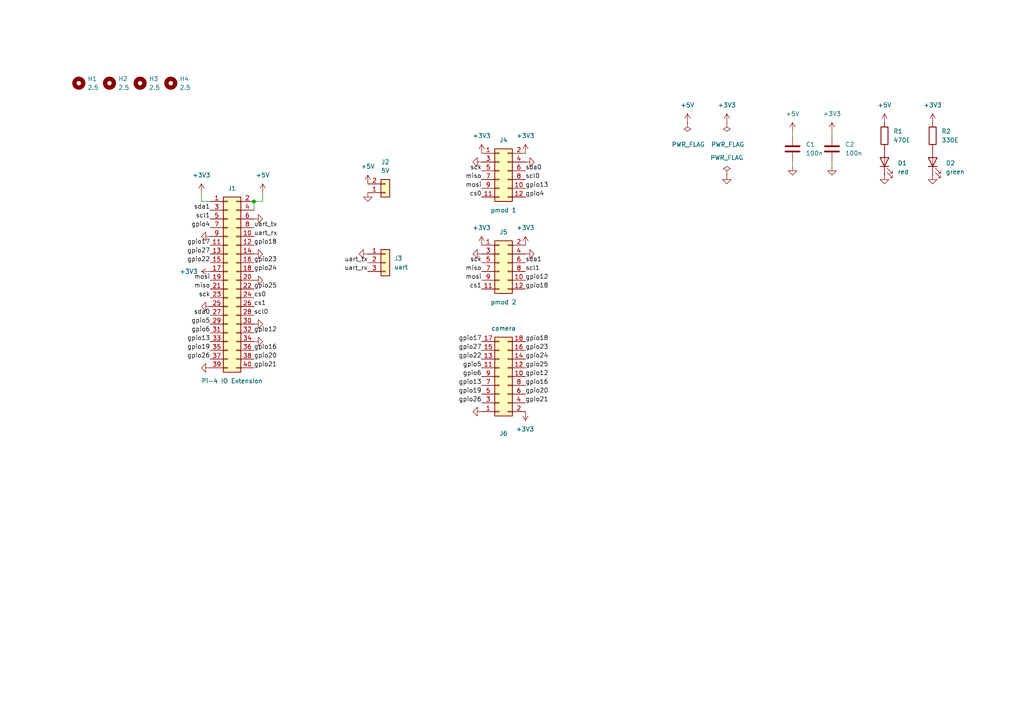
<source format=kicad_sch>
(kicad_sch (version 20211123) (generator eeschema)
  (paper "A4")
  (lib_symbols
    (symbol "Connector_Generic:Conn_01x02" (pin_names (offset 1.016) hide)
      (property "Reference" "J" (at 0 2.54 0))
      (property "Value" "Conn_01x02" (at 0 -5.08 0))
      (symbol "Conn_01x02_1_1"
        (rectangle (start -1.27 -2.413) (end 0 -2.667) (stroke (width 0.1524)))
        (rectangle (start -1.27 0.127) (end 0 -0.127) (stroke (width 0.1524)))
        (rectangle (start -1.27 1.27) (end 1.27 -3.81) (stroke (width 0.254)) (fill (type background)))
        (pin passive line (at -5.08 0 0) (length 3.81) (name "Pin_1") (number "1"))
        (pin passive line (at -5.08 -2.54 0) (length 3.81) (name "Pin_2") (number "2"))
      )
    )
    (symbol "Connector_Generic:Conn_01x03" (pin_names (offset 1.016) hide)
      (property "Reference" "J" (at 0 5.08 0))
      (property "Value" "Conn_01x03" (at 0 -5.08 0))
      (symbol "Conn_01x03_1_1"
        (rectangle (start -1.27 -2.413) (end 0 -2.667) (stroke (width 0.1524)))
        (rectangle (start -1.27 0.127) (end 0 -0.127) (stroke (width 0.1524)))
        (rectangle (start -1.27 2.667) (end 0 2.413) (stroke (width 0.1524)))
        (rectangle (start -1.27 3.81) (end 1.27 -3.81) (stroke (width 0.254)) (fill (type background)))
        (pin passive line (at -5.08 2.54 0) (length 3.81) (name "Pin_1") (number "1"))
        (pin passive line (at -5.08 0 0) (length 3.81) (name "Pin_2") (number "2"))
        (pin passive line (at -5.08 -2.54 0) (length 3.81) (name "Pin_3") (number "3"))
      )
    )
    (symbol "Connector_Generic:Conn_02x06_Odd_Even" (pin_names (offset 1.016) hide)
      (property "Reference" "J" (at 1.27 7.62 0))
      (property "Value" "Conn_02x06_Odd_Even" (at 1.27 -10.16 0))
      (symbol "Conn_02x06_Odd_Even_1_1"
        (rectangle (start -1.27 -7.493) (end 0 -7.747) (stroke (width 0.1524)))
        (rectangle (start -1.27 -4.953) (end 0 -5.207) (stroke (width 0.1524)))
        (rectangle (start -1.27 -2.413) (end 0 -2.667) (stroke (width 0.1524)))
        (rectangle (start -1.27 0.127) (end 0 -0.127) (stroke (width 0.1524)))
        (rectangle (start -1.27 2.667) (end 0 2.413) (stroke (width 0.1524)))
        (rectangle (start -1.27 5.207) (end 0 4.953) (stroke (width 0.1524)))
        (rectangle (start -1.27 6.35) (end 3.81 -8.89) (stroke (width 0.254)) (fill (type background)))
        (rectangle (start 3.81 -7.493) (end 2.54 -7.747) (stroke (width 0.1524)))
        (rectangle (start 3.81 -4.953) (end 2.54 -5.207) (stroke (width 0.1524)))
        (rectangle (start 3.81 -2.413) (end 2.54 -2.667) (stroke (width 0.1524)))
        (rectangle (start 3.81 0.127) (end 2.54 -0.127) (stroke (width 0.1524)))
        (rectangle (start 3.81 2.667) (end 2.54 2.413) (stroke (width 0.1524)))
        (rectangle (start 3.81 5.207) (end 2.54 4.953) (stroke (width 0.1524)))
        (pin passive line (at -5.08 5.08 0) (length 3.81) (name "Pin_1") (number "1"))
        (pin passive line (at 7.62 -5.08 180) (length 3.81) (name "Pin_10") (number "10"))
        (pin passive line (at -5.08 -7.62 0) (length 3.81) (name "Pin_11") (number "11"))
        (pin passive line (at 7.62 -7.62 180) (length 3.81) (name "Pin_12") (number "12"))
        (pin passive line (at 7.62 5.08 180) (length 3.81) (name "Pin_2") (number "2"))
        (pin passive line (at -5.08 2.54 0) (length 3.81) (name "Pin_3") (number "3"))
        (pin passive line (at 7.62 2.54 180) (length 3.81) (name "Pin_4") (number "4"))
        (pin passive line (at -5.08 0 0) (length 3.81) (name "Pin_5") (number "5"))
        (pin passive line (at 7.62 0 180) (length 3.81) (name "Pin_6") (number "6"))
        (pin passive line (at -5.08 -2.54 0) (length 3.81) (name "Pin_7") (number "7"))
        (pin passive line (at 7.62 -2.54 180) (length 3.81) (name "Pin_8") (number "8"))
        (pin passive line (at -5.08 -5.08 0) (length 3.81) (name "Pin_9") (number "9"))
      )
    )
    (symbol "Connector_Generic:Conn_02x09_Odd_Even" (pin_names (offset 1.016) hide)
      (property "Reference" "J" (at 1.27 12.7 0))
      (property "Value" "Conn_02x09_Odd_Even" (at 1.27 -12.7 0))
      (symbol "Conn_02x09_Odd_Even_1_1"
        (rectangle (start -1.27 -10.033) (end 0 -10.287) (stroke (width 0.1524)))
        (rectangle (start -1.27 -7.493) (end 0 -7.747) (stroke (width 0.1524)))
        (rectangle (start -1.27 -4.953) (end 0 -5.207) (stroke (width 0.1524)))
        (rectangle (start -1.27 -2.413) (end 0 -2.667) (stroke (width 0.1524)))
        (rectangle (start -1.27 0.127) (end 0 -0.127) (stroke (width 0.1524)))
        (rectangle (start -1.27 2.667) (end 0 2.413) (stroke (width 0.1524)))
        (rectangle (start -1.27 5.207) (end 0 4.953) (stroke (width 0.1524)))
        (rectangle (start -1.27 7.747) (end 0 7.493) (stroke (width 0.1524)))
        (rectangle (start -1.27 10.287) (end 0 10.033) (stroke (width 0.1524)))
        (rectangle (start -1.27 11.43) (end 3.81 -11.43) (stroke (width 0.254)) (fill (type background)))
        (rectangle (start 3.81 -10.033) (end 2.54 -10.287) (stroke (width 0.1524)))
        (rectangle (start 3.81 -7.493) (end 2.54 -7.747) (stroke (width 0.1524)))
        (rectangle (start 3.81 -4.953) (end 2.54 -5.207) (stroke (width 0.1524)))
        (rectangle (start 3.81 -2.413) (end 2.54 -2.667) (stroke (width 0.1524)))
        (rectangle (start 3.81 0.127) (end 2.54 -0.127) (stroke (width 0.1524)))
        (rectangle (start 3.81 2.667) (end 2.54 2.413) (stroke (width 0.1524)))
        (rectangle (start 3.81 5.207) (end 2.54 4.953) (stroke (width 0.1524)))
        (rectangle (start 3.81 7.747) (end 2.54 7.493) (stroke (width 0.1524)))
        (rectangle (start 3.81 10.287) (end 2.54 10.033) (stroke (width 0.1524)))
        (pin passive line (at -5.08 10.16 0) (length 3.81) (name "Pin_1") (number "1"))
        (pin passive line (at 7.62 0 180) (length 3.81) (name "Pin_10") (number "10"))
        (pin passive line (at -5.08 -2.54 0) (length 3.81) (name "Pin_11") (number "11"))
        (pin passive line (at 7.62 -2.54 180) (length 3.81) (name "Pin_12") (number "12"))
        (pin passive line (at -5.08 -5.08 0) (length 3.81) (name "Pin_13") (number "13"))
        (pin passive line (at 7.62 -5.08 180) (length 3.81) (name "Pin_14") (number "14"))
        (pin passive line (at -5.08 -7.62 0) (length 3.81) (name "Pin_15") (number "15"))
        (pin passive line (at 7.62 -7.62 180) (length 3.81) (name "Pin_16") (number "16"))
        (pin passive line (at -5.08 -10.16 0) (length 3.81) (name "Pin_17") (number "17"))
        (pin passive line (at 7.62 -10.16 180) (length 3.81) (name "Pin_18") (number "18"))
        (pin passive line (at 7.62 10.16 180) (length 3.81) (name "Pin_2") (number "2"))
        (pin passive line (at -5.08 7.62 0) (length 3.81) (name "Pin_3") (number "3"))
        (pin passive line (at 7.62 7.62 180) (length 3.81) (name "Pin_4") (number "4"))
        (pin passive line (at -5.08 5.08 0) (length 3.81) (name "Pin_5") (number "5"))
        (pin passive line (at 7.62 5.08 180) (length 3.81) (name "Pin_6") (number "6"))
        (pin passive line (at -5.08 2.54 0) (length 3.81) (name "Pin_7") (number "7"))
        (pin passive line (at 7.62 2.54 180) (length 3.81) (name "Pin_8") (number "8"))
        (pin passive line (at -5.08 0 0) (length 3.81) (name "Pin_9") (number "9"))
      )
    )
    (symbol "Connector_Generic:Conn_02x20_Odd_Even" (pin_names (offset 1.016) hide)
      (property "Reference" "J" (at 1.27 25.4 0))
      (property "Value" "Conn_02x20_Odd_Even" (at 1.27 -27.94 0))
      (symbol "Conn_02x20_Odd_Even_1_1"
        (rectangle (start -1.27 -25.273) (end 0 -25.527) (stroke (width 0.1524)))
        (rectangle (start -1.27 -22.733) (end 0 -22.987) (stroke (width 0.1524)))
        (rectangle (start -1.27 -20.193) (end 0 -20.447) (stroke (width 0.1524)))
        (rectangle (start -1.27 -17.653) (end 0 -17.907) (stroke (width 0.1524)))
        (rectangle (start -1.27 -15.113) (end 0 -15.367) (stroke (width 0.1524)))
        (rectangle (start -1.27 -12.573) (end 0 -12.827) (stroke (width 0.1524)))
        (rectangle (start -1.27 -10.033) (end 0 -10.287) (stroke (width 0.1524)))
        (rectangle (start -1.27 -7.493) (end 0 -7.747) (stroke (width 0.1524)))
        (rectangle (start -1.27 -4.953) (end 0 -5.207) (stroke (width 0.1524)))
        (rectangle (start -1.27 -2.413) (end 0 -2.667) (stroke (width 0.1524)))
        (rectangle (start -1.27 0.127) (end 0 -0.127) (stroke (width 0.1524)))
        (rectangle (start -1.27 2.667) (end 0 2.413) (stroke (width 0.1524)))
        (rectangle (start -1.27 5.207) (end 0 4.953) (stroke (width 0.1524)))
        (rectangle (start -1.27 7.747) (end 0 7.493) (stroke (width 0.1524)))
        (rectangle (start -1.27 10.287) (end 0 10.033) (stroke (width 0.1524)))
        (rectangle (start -1.27 12.827) (end 0 12.573) (stroke (width 0.1524)))
        (rectangle (start -1.27 15.367) (end 0 15.113) (stroke (width 0.1524)))
        (rectangle (start -1.27 17.907) (end 0 17.653) (stroke (width 0.1524)))
        (rectangle (start -1.27 20.447) (end 0 20.193) (stroke (width 0.1524)))
        (rectangle (start -1.27 22.987) (end 0 22.733) (stroke (width 0.1524)))
        (rectangle (start -1.27 24.13) (end 3.81 -26.67) (stroke (width 0.254)) (fill (type background)))
        (rectangle (start 3.81 -25.273) (end 2.54 -25.527) (stroke (width 0.1524)))
        (rectangle (start 3.81 -22.733) (end 2.54 -22.987) (stroke (width 0.1524)))
        (rectangle (start 3.81 -20.193) (end 2.54 -20.447) (stroke (width 0.1524)))
        (rectangle (start 3.81 -17.653) (end 2.54 -17.907) (stroke (width 0.1524)))
        (rectangle (start 3.81 -15.113) (end 2.54 -15.367) (stroke (width 0.1524)))
        (rectangle (start 3.81 -12.573) (end 2.54 -12.827) (stroke (width 0.1524)))
        (rectangle (start 3.81 -10.033) (end 2.54 -10.287) (stroke (width 0.1524)))
        (rectangle (start 3.81 -7.493) (end 2.54 -7.747) (stroke (width 0.1524)))
        (rectangle (start 3.81 -4.953) (end 2.54 -5.207) (stroke (width 0.1524)))
        (rectangle (start 3.81 -2.413) (end 2.54 -2.667) (stroke (width 0.1524)))
        (rectangle (start 3.81 0.127) (end 2.54 -0.127) (stroke (width 0.1524)))
        (rectangle (start 3.81 2.667) (end 2.54 2.413) (stroke (width 0.1524)))
        (rectangle (start 3.81 5.207) (end 2.54 4.953) (stroke (width 0.1524)))
        (rectangle (start 3.81 7.747) (end 2.54 7.493) (stroke (width 0.1524)))
        (rectangle (start 3.81 10.287) (end 2.54 10.033) (stroke (width 0.1524)))
        (rectangle (start 3.81 12.827) (end 2.54 12.573) (stroke (width 0.1524)))
        (rectangle (start 3.81 15.367) (end 2.54 15.113) (stroke (width 0.1524)))
        (rectangle (start 3.81 17.907) (end 2.54 17.653) (stroke (width 0.1524)))
        (rectangle (start 3.81 20.447) (end 2.54 20.193) (stroke (width 0.1524)))
        (rectangle (start 3.81 22.987) (end 2.54 22.733) (stroke (width 0.1524)))
        (pin passive line (at -5.08 22.86 0) (length 3.81) (name "Pin_1") (number "1"))
        (pin passive line (at 7.62 12.7 180) (length 3.81) (name "Pin_10") (number "10"))
        (pin passive line (at -5.08 10.16 0) (length 3.81) (name "Pin_11") (number "11"))
        (pin passive line (at 7.62 10.16 180) (length 3.81) (name "Pin_12") (number "12"))
        (pin passive line (at -5.08 7.62 0) (length 3.81) (name "Pin_13") (number "13"))
        (pin passive line (at 7.62 7.62 180) (length 3.81) (name "Pin_14") (number "14"))
        (pin passive line (at -5.08 5.08 0) (length 3.81) (name "Pin_15") (number "15"))
        (pin passive line (at 7.62 5.08 180) (length 3.81) (name "Pin_16") (number "16"))
        (pin passive line (at -5.08 2.54 0) (length 3.81) (name "Pin_17") (number "17"))
        (pin passive line (at 7.62 2.54 180) (length 3.81) (name "Pin_18") (number "18"))
        (pin passive line (at -5.08 0 0) (length 3.81) (name "Pin_19") (number "19"))
        (pin passive line (at 7.62 22.86 180) (length 3.81) (name "Pin_2") (number "2"))
        (pin passive line (at 7.62 0 180) (length 3.81) (name "Pin_20") (number "20"))
        (pin passive line (at -5.08 -2.54 0) (length 3.81) (name "Pin_21") (number "21"))
        (pin passive line (at 7.62 -2.54 180) (length 3.81) (name "Pin_22") (number "22"))
        (pin passive line (at -5.08 -5.08 0) (length 3.81) (name "Pin_23") (number "23"))
        (pin passive line (at 7.62 -5.08 180) (length 3.81) (name "Pin_24") (number "24"))
        (pin passive line (at -5.08 -7.62 0) (length 3.81) (name "Pin_25") (number "25"))
        (pin passive line (at 7.62 -7.62 180) (length 3.81) (name "Pin_26") (number "26"))
        (pin passive line (at -5.08 -10.16 0) (length 3.81) (name "Pin_27") (number "27"))
        (pin passive line (at 7.62 -10.16 180) (length 3.81) (name "Pin_28") (number "28"))
        (pin passive line (at -5.08 -12.7 0) (length 3.81) (name "Pin_29") (number "29"))
        (pin passive line (at -5.08 20.32 0) (length 3.81) (name "Pin_3") (number "3"))
        (pin passive line (at 7.62 -12.7 180) (length 3.81) (name "Pin_30") (number "30"))
        (pin passive line (at -5.08 -15.24 0) (length 3.81) (name "Pin_31") (number "31"))
        (pin passive line (at 7.62 -15.24 180) (length 3.81) (name "Pin_32") (number "32"))
        (pin passive line (at -5.08 -17.78 0) (length 3.81) (name "Pin_33") (number "33"))
        (pin passive line (at 7.62 -17.78 180) (length 3.81) (name "Pin_34") (number "34"))
        (pin passive line (at -5.08 -20.32 0) (length 3.81) (name "Pin_35") (number "35"))
        (pin passive line (at 7.62 -20.32 180) (length 3.81) (name "Pin_36") (number "36"))
        (pin passive line (at -5.08 -22.86 0) (length 3.81) (name "Pin_37") (number "37"))
        (pin passive line (at 7.62 -22.86 180) (length 3.81) (name "Pin_38") (number "38"))
        (pin passive line (at -5.08 -25.4 0) (length 3.81) (name "Pin_39") (number "39"))
        (pin passive line (at 7.62 20.32 180) (length 3.81) (name "Pin_4") (number "4"))
        (pin passive line (at 7.62 -25.4 180) (length 3.81) (name "Pin_40") (number "40"))
        (pin passive line (at -5.08 17.78 0) (length 3.81) (name "Pin_5") (number "5"))
        (pin passive line (at 7.62 17.78 180) (length 3.81) (name "Pin_6") (number "6"))
        (pin passive line (at -5.08 15.24 0) (length 3.81) (name "Pin_7") (number "7"))
        (pin passive line (at 7.62 15.24 180) (length 3.81) (name "Pin_8") (number "8"))
        (pin passive line (at -5.08 12.7 0) (length 3.81) (name "Pin_9") (number "9"))
      )
    )
    (symbol "Device:C" (pin_numbers hide) (pin_names (offset 0.254))
      (property "Reference" "C" (at 0.635 2.54 0))
      (property "Value" "C" (at 0.635 -2.54 0))
      (symbol "C_0_1"
        (polyline (pts (xy -2.032 -0.762) (xy 2.032 -0.762)) (stroke (width 0.508)))
        (polyline (pts (xy -2.032 0.762) (xy 2.032 0.762)) (stroke (width 0.508)))
      )
      (symbol "C_1_1"
        (pin passive line (at 0 3.81 270) (length 2.794) (name "~") (number "1"))
        (pin passive line (at 0 -3.81 90) (length 2.794) (name "~") (number "2"))
      )
    )
    (symbol "Device:LED" (pin_numbers hide) (pin_names (offset 1.016) hide)
      (property "Reference" "D" (at 0 2.54 0))
      (property "Value" "LED" (at 0 -2.54 0))
      (symbol "LED_0_1"
        (polyline (pts (xy -1.27 -1.27) (xy -1.27 1.27)) (stroke (width 0.254)))
        (polyline (pts (xy -1.27 0) (xy 1.27 0)))
        (polyline (pts (xy 1.27 -1.27) (xy 1.27 1.27) (xy -1.27 0) (xy 1.27 -1.27)) (stroke (width 0.254)))
        (polyline (pts (xy -3.048 -0.762) (xy -4.572 -2.286) (xy -3.81 -2.286) (xy -4.572 -2.286) (xy -4.572 -1.524)))
        (polyline (pts (xy -1.778 -0.762) (xy -3.302 -2.286) (xy -2.54 -2.286) (xy -3.302 -2.286) (xy -3.302 -1.524)))
      )
      (symbol "LED_1_1"
        (pin passive line (at -3.81 0 0) (length 2.54) (name "K") (number "1"))
        (pin passive line (at 3.81 0 180) (length 2.54) (name "A") (number "2"))
      )
    )
    (symbol "Device:R" (pin_numbers hide) (pin_names (offset 0))
      (property "Reference" "R" (at 2.032 0 90))
      (property "Value" "R" (at 0 0 90))
      (symbol "R_0_1"
        (rectangle (start -1.016 -2.54) (end 1.016 2.54) (stroke (width 0.254)))
      )
      (symbol "R_1_1"
        (pin passive line (at 0 3.81 270) (length 1.27) (name "~") (number "1"))
        (pin passive line (at 0 -3.81 90) (length 1.27) (name "~") (number "2"))
      )
    )
    (symbol "Mechanical:MountingHole" (pin_names (offset 1.016))
      (property "Reference" "H" (at 0 5.08 0))
      (property "Value" "MountingHole" (at 0 3.175 0))
      (symbol "MountingHole_0_1"
        (circle (center 0 0) (radius 1.27) (stroke (width 1.27)))
      )
    )
    (symbol "power:+3V3" (power) (pin_names (offset 0))
      (property "Value" "+3V3" (at 0 3.556 0))
      (symbol "+3V3_0_1"
        (polyline (pts (xy -0.762 1.27) (xy 0 2.54)))
        (polyline (pts (xy 0 0) (xy 0 2.54)))
        (polyline (pts (xy 0 2.54) (xy 0.762 1.27)))
      )
      (symbol "+3V3_1_1"
        (pin power_in line (at 0 0 90) (length 0) hide (name "+3V3") (number "1"))
      )
    )
    (symbol "power:+5V" (power) (pin_names (offset 0))
      (property "Value" "+5V" (at 0 3.556 0))
      (symbol "+5V_0_1"
        (polyline (pts (xy -0.762 1.27) (xy 0 2.54)))
        (polyline (pts (xy 0 0) (xy 0 2.54)))
        (polyline (pts (xy 0 2.54) (xy 0.762 1.27)))
      )
      (symbol "+5V_1_1"
        (pin power_in line (at 0 0 90) (length 0) hide (name "+5V") (number "1"))
      )
    )
    (symbol "power:GND" (power) (pin_names (offset 0))
      (property "Value" "GND" (at 0 -3.81 0))
      (symbol "GND_0_1"
        (polyline (pts (xy 0 0) (xy 0 -1.27) (xy 1.27 -1.27) (xy 0 -2.54) (xy -1.27 -1.27) (xy 0 -1.27)))
      )
      (symbol "GND_1_1"
        (pin power_in line (at 0 0 270) (length 0) hide (name "GND") (number "1"))
      )
    )
    (symbol "power:PWR_FLAG" (power) (pin_numbers hide) (pin_names (offset 0) hide)
      (property "Value" "PWR_FLAG" (at 0 3.81 0))
      (symbol "PWR_FLAG_0_0"
        (pin power_out line (at 0 0 90) (length 0) (name "pwr") (number "1"))
      )
      (symbol "PWR_FLAG_0_1"
        (polyline (pts (xy 0 0) (xy 0 1.27) (xy -1.016 1.905) (xy 0 2.54) (xy 1.016 1.905) (xy 0 1.27)))
      )
    )
  )
  (junction (at 73.66 58.42))
  (wire (pts (xy 229.87 46.99) (xy 229.87 48.26)))
  (wire (pts (xy 73.66 58.42) (xy 76.2 58.42)))
  (wire (pts (xy 58.42 58.42) (xy 60.96 58.42)))
  (wire (pts (xy 241.3 39.37) (xy 241.3 38.1)))
  (wire (pts (xy 229.87 39.37) (xy 229.87 38.1)))
  (wire (pts (xy 241.3 46.99) (xy 241.3 48.26)))
  (wire (pts (xy 58.42 55.88) (xy 58.42 58.42)))
  (wire (pts (xy 76.2 58.42) (xy 76.2 55.88)))
  (wire (pts (xy 73.66 58.42) (xy 73.66 60.96)))
  (label "gpio22" (at 139.7 104.14 180))
  (label "gpio21" (at 152.4 116.84 0))
  (label "gpio16" (at 152.4 111.76 0))
  (label "scl1" (at 152.4 78.74 0))
  (label "gpio27" (at 60.96 73.66 180))
  (label "scl0" (at 73.66 91.44 0))
  (label "gpio19" (at 139.7 114.3 180))
  (label "uart_rx" (at 73.66 68.58 0))
  (label "gpio4" (at 60.96 66.04 180))
  (label "sck" (at 139.7 76.2 180))
  (label "gpio18" (at 152.4 99.06 0))
  (label "gpio13" (at 139.7 111.76 180))
  (label "scl0" (at 152.4 52.07 0))
  (label "gpio13" (at 152.4 54.61 0))
  (label "gpio12" (at 73.66 96.52 0))
  (label "sda0" (at 60.96 91.44 180))
  (label "gpio5" (at 60.96 93.98 180))
  (label "cs0" (at 73.66 86.36 0))
  (label "gpio18" (at 73.66 71.12 0))
  (label "miso" (at 60.96 83.82 180))
  (label "mosi" (at 139.7 81.28 180))
  (label "cs1" (at 139.7 83.82 180))
  (label "gpio26" (at 139.7 116.84 180))
  (label "sck" (at 60.96 86.36 180))
  (label "gpio22" (at 60.96 76.2 180))
  (label "gpio21" (at 73.66 106.68 0))
  (label "sck" (at 139.7 49.53 180))
  (label "gpio13" (at 60.96 99.06 180))
  (label "uart_tx" (at 106.68 76.2 180))
  (label "sda0" (at 152.4 49.53 0))
  (label "gpio12" (at 152.4 109.22 0))
  (label "gpio24" (at 73.66 78.74 0))
  (label "miso" (at 139.7 52.07 180))
  (label "mosi" (at 139.7 54.61 180))
  (label "cs0" (at 139.7 57.15 180))
  (label "gpio27" (at 139.7 101.6 180))
  (label "gpio25" (at 152.4 106.68 0))
  (label "gpio20" (at 152.4 114.3 0))
  (label "gpio23" (at 73.66 76.2 0))
  (label "mosi" (at 60.96 81.28 180))
  (label "gpio18" (at 152.4 83.82 0))
  (label "gpio17" (at 139.7 99.06 180))
  (label "sda1" (at 152.4 76.2 0))
  (label "cs1" (at 73.66 88.9 0))
  (label "gpio5" (at 139.7 106.68 180))
  (label "gpio12" (at 152.4 81.28 0))
  (label "gpio24" (at 152.4 104.14 0))
  (label "miso" (at 139.7 78.74 180))
  (label "gpio16" (at 73.66 101.6 0))
  (label "sda1" (at 60.96 60.96 180))
  (label "gpio23" (at 152.4 101.6 0))
  (label "gpio19" (at 60.96 101.6 180))
  (label "gpio17" (at 60.96 71.12 180))
  (label "gpio4" (at 152.4 57.15 0))
  (label "scl1" (at 60.96 63.5 180))
  (label "gpio26" (at 60.96 104.14 180))
  (label "gpio6" (at 60.96 96.52 180))
  (label "gpio25" (at 73.66 83.82 0))
  (label "uart_tx" (at 73.66 66.04 0))
  (label "uart_rx" (at 106.68 78.74 180))
  (label "gpio6" (at 139.7 109.22 180))
  (label "gpio20" (at 73.66 104.14 0))
  (symbol (lib_id "power:+5V") (at 76.2 55.88 0) (unit 1)
    (property "Reference" "#PWR011" (effects hide))
    (property "Value" "+5V" (at 76.2 50.8 0))
  )
  (symbol (lib_id "Device:LED") (at 256.54 46.99 90) (unit 1)
    (property "Reference" "D1" (at 260.35 47.3074 90) (effects (justify right)))
    (property "Value" "red" (at 260.35 49.8474 90) (effects (justify right)))
    (property "Footprint" "LED_SMD:LED_0603_1608Metric_Pad1.05x0.95mm_HandSolder" (effects hide))
  )
  (symbol (lib_id "Device:C") (at 241.3 43.18 0) (unit 1)
    (property "Reference" "C2" (at 245.11 41.9099 0) (effects (justify left)))
    (property "Value" "100n" (at 245.11 44.4499 0) (effects (justify left)))
    (property "Footprint" "Capacitor_SMD:C_0603_1608Metric_Pad1.08x0.95mm_HandSolder" (effects hide))
  )
  (symbol (lib_id "power:GND") (at 270.51 50.8 0) (unit 1)
    (property "Reference" "#PWR034" (effects hide))
    (property "Value" "GND" (effects hide))
  )
  (symbol (lib_id "power:+3V3") (at 152.4 71.12 0) (unit 1)
    (property "Reference" "#PWR0108" (effects hide))
    (property "Value" "+3V3" (at 152.4 66.04 0))
  )
  (symbol (lib_id "power:GND") (at 152.4 73.66 90) (unit 1)
    (property "Reference" "#PWR023" (effects hide))
    (property "Value" "GND" (effects hide))
  )
  (symbol (lib_id "power:GND") (at 229.87 48.26 0) (unit 1)
    (property "Reference" "#PWR028" (effects hide))
    (property "Value" "GND" (effects hide))
  )
  (symbol (lib_id "power:GND") (at 241.3 48.26 0) (unit 1)
    (property "Reference" "#PWR030" (effects hide))
    (property "Value" "GND" (effects hide))
  )
  (symbol (lib_id "power:GND") (at 60.96 106.68 270) (mirror x) (unit 1)
    (property "Reference" "#PWR05" (effects hide))
    (property "Value" "GND" (effects hide))
  )
  (symbol (lib_id "power:GND") (at 73.66 73.66 90) (unit 1)
    (property "Reference" "#PWR07" (effects hide))
    (property "Value" "GND" (effects hide))
  )
  (symbol (lib_id "Connector_Generic:Conn_01x03") (at 111.76 76.2 0) (unit 1)
    (property "Reference" "J3" (at 114.3 74.9299 0) (effects (justify left)))
    (property "Value" "uart" (at 114.3 77.4699 0) (effects (justify left)))
    (property "Footprint" "Connector_PinHeader_2.54mm:PinHeader_1x03_P2.54mm_Vertical" (effects hide))
  )
  (symbol (lib_id "power:PWR_FLAG") (at 199.39 35.56 0) (mirror x) (unit 1)
    (property "Reference" "#FLG0101" (effects hide))
    (property "Value" "PWR_FLAG" (at 204.47 41.91 0) (effects (justify right)))
  )
  (symbol (lib_id "Connector_Generic:Conn_02x06_Odd_Even") (at 144.78 76.2 0) (unit 1)
    (property "Reference" "J5" (at 146.05 67.31 0))
    (property "Value" "pmod 2" (at 146.05 87.63 0))
    (property "Footprint" "Connector_PinSocket_2.54mm:PinSocket_2x06_P2.54mm_Horizontal" (effects hide))
  )
  (symbol (lib_id "Mechanical:MountingHole") (at 22.86 24.13 0) (unit 1)
    (property "Reference" "H1" (at 25.4 22.8599 0) (effects (justify left)))
    (property "Value" "2.5" (at 25.4 25.3999 0) (effects (justify left)))
    (property "Footprint" "MountingHole:MountingHole_2.5mm" (effects hide))
  )
  (symbol (lib_id "power:+3V3") (at 241.3 38.1 0) (unit 1)
    (property "Reference" "#PWR0104" (effects hide))
    (property "Value" "+3V3" (at 241.3 33.02 0))
  )
  (symbol (lib_id "Mechanical:MountingHole") (at 31.75 24.13 0) (unit 1)
    (property "Reference" "H2" (at 34.29 22.8599 0) (effects (justify left)))
    (property "Value" "2.5" (at 34.29 25.3999 0) (effects (justify left)))
    (property "Footprint" "MountingHole:MountingHole_2.5mm" (effects hide))
  )
  (symbol (lib_id "power:GND") (at 60.96 68.58 270) (mirror x) (unit 1)
    (property "Reference" "#PWR02" (effects hide))
    (property "Value" "GND" (effects hide))
  )
  (symbol (lib_id "power:GND") (at 152.4 46.99 90) (unit 1)
    (property "Reference" "#PWR021" (effects hide))
    (property "Value" "GND" (effects hide))
  )
  (symbol (lib_id "Mechanical:MountingHole") (at 40.64 24.13 0) (unit 1)
    (property "Reference" "H3" (at 43.18 22.8599 0) (effects (justify left)))
    (property "Value" "2.5" (at 43.18 25.3999 0) (effects (justify left)))
    (property "Footprint" "MountingHole:MountingHole_2.5mm" (effects hide))
  )
  (symbol (lib_id "power:GND") (at 73.66 81.28 90) (unit 1)
    (property "Reference" "#PWR08" (effects hide))
    (property "Value" "GND" (effects hide))
  )
  (symbol (lib_id "power:+5V") (at 199.39 35.56 0) (unit 1)
    (property "Reference" "#PWR0103" (effects hide))
    (property "Value" "+5V" (at 199.39 30.48 0))
  )
  (symbol (lib_id "power:+3V3") (at 152.4 44.45 0) (unit 1)
    (property "Reference" "#PWR0109" (effects hide))
    (property "Value" "+3V3" (at 152.4 39.37 0))
  )
  (symbol (lib_id "power:GND") (at 60.96 88.9 270) (mirror x) (unit 1)
    (property "Reference" "#PWR04" (effects hide))
    (property "Value" "GND" (effects hide))
  )
  (symbol (lib_id "power:GND") (at 210.82 50.8 0) (unit 1)
    (property "Reference" "#PWR026" (effects hide))
    (property "Value" "GND" (effects hide))
  )
  (symbol (lib_id "power:GND") (at 73.66 63.5 90) (unit 1)
    (property "Reference" "#PWR06" (effects hide))
    (property "Value" "GND" (effects hide))
  )
  (symbol (lib_id "power:GND") (at 73.66 99.06 90) (unit 1)
    (property "Reference" "#PWR010" (effects hide))
    (property "Value" "GND" (effects hide))
  )
  (symbol (lib_id "power:GND") (at 73.66 93.98 90) (unit 1)
    (property "Reference" "#PWR09" (effects hide))
    (property "Value" "GND" (effects hide))
  )
  (symbol (lib_id "Device:C") (at 229.87 43.18 0) (unit 1)
    (property "Reference" "C1" (at 233.68 41.9099 0) (effects (justify left)))
    (property "Value" "100n" (at 233.68 44.4499 0) (effects (justify left)))
    (property "Footprint" "Capacitor_SMD:C_0603_1608Metric_Pad1.08x0.95mm_HandSolder" (effects hide))
  )
  (symbol (lib_id "power:+5V") (at 256.54 35.56 0) (unit 1)
    (property "Reference" "#PWR031" (effects hide))
    (property "Value" "+5V" (at 256.54 30.48 0))
  )
  (symbol (lib_id "Mechanical:MountingHole") (at 49.53 24.13 0) (unit 1)
    (property "Reference" "H4" (at 52.07 22.8599 0) (effects (justify left)))
    (property "Value" "2.5" (at 52.07 25.3999 0) (effects (justify left)))
    (property "Footprint" "MountingHole:MountingHole_2.5mm" (effects hide))
  )
  (symbol (lib_id "power:+3V3") (at 210.82 35.56 0) (unit 1)
    (property "Reference" "#PWR025" (effects hide))
    (property "Value" "+3V3" (at 210.82 30.48 0))
  )
  (symbol (lib_id "power:+3V3") (at 270.51 35.56 0) (unit 1)
    (property "Reference" "#PWR0105" (effects hide))
    (property "Value" "+3V3" (at 270.51 30.48 0))
  )
  (symbol (lib_id "Device:LED") (at 270.51 46.99 90) (unit 1)
    (property "Reference" "D2" (at 274.32 47.3074 90) (effects (justify right)))
    (property "Value" "green" (at 274.32 49.8474 90) (effects (justify right)))
    (property "Footprint" "LED_SMD:LED_0603_1608Metric_Pad1.05x0.95mm_HandSolder" (effects hide))
  )
  (symbol (lib_id "Device:R") (at 256.54 39.37 0) (unit 1)
    (property "Reference" "R1" (at 259.08 38.0999 0) (effects (justify left)))
    (property "Value" "470E" (at 259.08 40.6399 0) (effects (justify left)))
    (property "Footprint" "Resistor_SMD:R_0603_1608Metric_Pad0.98x0.95mm_HandSolder" (effects hide))
  )
  (symbol (lib_id "power:+3V3") (at 139.7 71.12 0) (unit 1)
    (property "Reference" "#PWR0107" (effects hide))
    (property "Value" "+3V3" (at 139.7 66.04 0))
  )
  (symbol (lib_id "power:+5V") (at 106.68 53.34 0) (unit 1)
    (property "Reference" "#PWR012" (effects hide))
    (property "Value" "+5V" (at 106.68 48.26 0))
  )
  (symbol (lib_id "power:+3V3") (at 60.96 78.74 90) (unit 1)
    (property "Reference" "#PWR0101" (effects hide))
    (property "Value" "+3V3" (at 52.07 78.74 90) (effects (justify right)))
  )
  (symbol (lib_id "power:GND") (at 106.68 55.88 0) (mirror y) (unit 1)
    (property "Reference" "#PWR013" (effects hide))
    (property "Value" "GND" (effects hide))
  )
  (symbol (lib_id "Connector_Generic:Conn_02x09_Odd_Even") (at 144.78 109.22 0) (mirror x) (unit 1)
    (property "Reference" "J6" (at 146.05 125.73 0))
    (property "Value" "camera" (at 146.05 95.25 0))
    (property "Footprint" "Connector_PinSocket_2.54mm:PinSocket_2x09_P2.54mm_Horizontal" (effects hide))
  )
  (symbol (lib_id "Device:R") (at 270.51 39.37 0) (unit 1)
    (property "Reference" "R2" (at 273.05 38.0999 0) (effects (justify left)))
    (property "Value" "330E" (at 273.05 40.6399 0) (effects (justify left)))
    (property "Footprint" "Resistor_SMD:R_0603_1608Metric_Pad0.98x0.95mm_HandSolder" (effects hide))
  )
  (symbol (lib_id "power:GND") (at 106.68 73.66 270) (mirror x) (unit 1)
    (property "Reference" "#PWR014" (effects hide))
    (property "Value" "GND" (effects hide))
  )
  (symbol (lib_id "power:+5V") (at 229.87 38.1 0) (unit 1)
    (property "Reference" "#PWR027" (effects hide))
    (property "Value" "+5V" (at 229.87 33.02 0))
  )
  (symbol (lib_id "power:+3V3") (at 58.42 55.88 0) (unit 1)
    (property "Reference" "#PWR0102" (effects hide))
    (property "Value" "+3V3" (at 58.42 50.8 0))
  )
  (symbol (lib_id "Connector_Generic:Conn_01x02") (at 111.76 55.88 0) (mirror x) (unit 1)
    (property "Reference" "J2" (at 111.76 46.99 0))
    (property "Value" "5V" (at 111.76 49.53 0))
    (property "Footprint" "Connector_PinHeader_2.54mm:PinHeader_1x02_P2.54mm_Vertical" (effects hide))
  )
  (symbol (lib_id "power:+3V3") (at 152.4 119.38 0) (mirror x) (unit 1)
    (property "Reference" "#PWR0106" (effects hide))
    (property "Value" "+3V3" (at 154.94 124.46 0) (effects (justify right)))
  )
  (symbol (lib_id "power:+3V3") (at 139.7 44.45 0) (unit 1)
    (property "Reference" "#PWR0110" (effects hide))
    (property "Value" "+3V3" (at 139.7 39.37 0))
  )
  (symbol (lib_id "Connector_Generic:Conn_02x20_Odd_Even") (at 66.04 81.28 0) (unit 1)
    (property "Reference" "J1" (at 67.31 54.61 0))
    (property "Value" "Pi-4 IO Extension" (at 67.31 110.49 0))
    (property "Footprint" "Library:PinHeader_2x20_P2.54mm_Vertical" (effects hide))
  )
  (symbol (lib_id "power:GND") (at 256.54 50.8 0) (unit 1)
    (property "Reference" "#PWR032" (effects hide))
    (property "Value" "GND" (effects hide))
  )
  (symbol (lib_id "power:PWR_FLAG") (at 210.82 35.56 0) (mirror x) (unit 1)
    (property "Reference" "#FLG01" (effects hide))
    (property "Value" "PWR_FLAG" (at 215.9 41.91 0) (effects (justify right)))
  )
  (symbol (lib_id "power:PWR_FLAG") (at 210.82 50.8 0) (unit 1)
    (property "Reference" "#FLG02" (effects hide))
    (property "Value" "PWR_FLAG" (at 210.82 45.72 0))
  )
  (symbol (lib_id "power:GND") (at 139.7 46.99 270) (mirror x) (unit 1)
    (property "Reference" "#PWR016" (effects hide))
    (property "Value" "GND" (effects hide))
  )
  (symbol (lib_id "power:GND") (at 139.7 119.38 270) (unit 1)
    (property "Reference" "#PWR019" (effects hide))
    (property "Value" "GND" (effects hide))
  )
  (symbol (lib_id "power:GND") (at 139.7 73.66 270) (mirror x) (unit 1)
    (property "Reference" "#PWR018" (effects hide))
    (property "Value" "GND" (effects hide))
  )
  (symbol (lib_id "Connector_Generic:Conn_02x06_Odd_Even") (at 144.78 49.53 0) (unit 1)
    (property "Reference" "J4" (at 146.05 40.64 0))
    (property "Value" "pmod 1" (at 146.05 60.96 0))
    (property "Footprint" "Connector_PinSocket_2.54mm:PinSocket_2x06_P2.54mm_Horizontal" (effects hide))
  )
)
</source>
